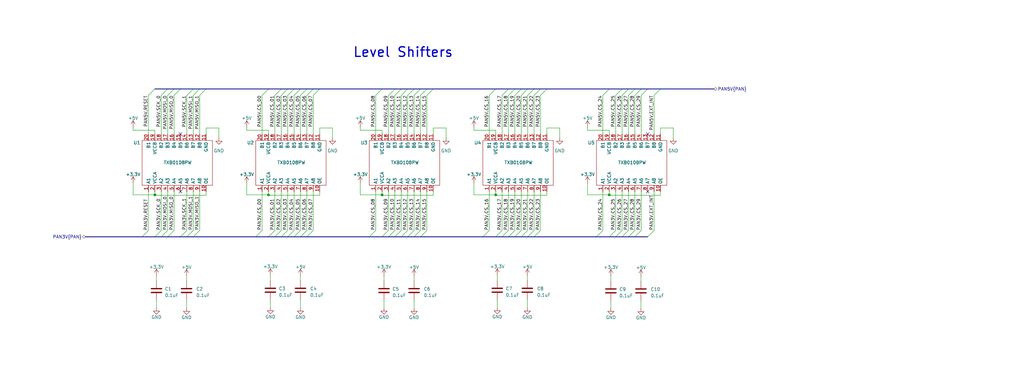
<source format=kicad_sch>
(kicad_sch (version 20230121) (generator eeschema)
  (paper "User" 406.4 152.4)
  (lib_symbols
    (symbol "Device:C" (pin_numbers hide) (pin_names (offset 0.254))
      (property "Reference" "C" (at 0.635 2.54 0))
      (property "Value" "C" (at 0.635 -2.54 0))
      (symbol "C_0_1"
        (polyline (pts (xy -2.032 -0.762) (xy 2.032 -0.762)) (stroke (width 0.508)))
        (polyline (pts (xy -2.032 0.762) (xy 2.032 0.762)) (stroke (width 0.508)))
      )
      (symbol "C_1_1"
        (pin passive line (at 0 3.81 270) (length 2.794) (name "~") (number "1"))
        (pin passive line (at 0 -3.81 90) (length 2.794) (name "~") (number "2"))
      )
    )
    (symbol "TXB0108:TXB0108PW"
      (property "Reference" "U" (at -6.35 15.24 0))
      (property "Value" "TXB0108PW" (at 0 -15.24 0))
      (symbol "TXB0108PW_0_1"
        (rectangle (start -8.89 13.97) (end 8.89 -13.97))
      )
      (symbol "TXB0108PW_1_1"
        (pin bidirectional line (at -11.43 11.43 0) (length 2.54) (name "A1") (number "1"))
        (pin input line (at -11.43 -11.43 0) (length 2.54) (name "OE") (number "10"))
        (pin power_in line (at 11.43 -11.43 180) (length 2.54) (name "GND") (number "11"))
        (pin bidirectional line (at 11.43 -8.89 180) (length 2.54) (name "B8") (number "12"))
        (pin bidirectional line (at 11.43 -6.35 180) (length 2.54) (name "B7") (number "13"))
        (pin bidirectional line (at 11.43 -3.81 180) (length 2.54) (name "B6") (number "14"))
        (pin bidirectional line (at 11.43 -1.27 180) (length 2.54) (name "B5") (number "15"))
        (pin bidirectional line (at 11.43 1.27 180) (length 2.54) (name "B4") (number "16"))
        (pin bidirectional line (at 11.43 3.81 180) (length 2.54) (name "B3") (number "17"))
        (pin bidirectional line (at 11.43 6.35 180) (length 2.54) (name "B2") (number "18"))
        (pin power_in line (at 11.43 8.89 180) (length 2.54) (name "VCCB") (number "19"))
        (pin power_in line (at -11.43 8.89 0) (length 2.54) (name "VCCA") (number "2"))
        (pin bidirectional line (at 11.43 11.43 180) (length 2.54) (name "B1") (number "20"))
        (pin bidirectional line (at -11.43 6.35 0) (length 2.54) (name "A2") (number "3"))
        (pin bidirectional line (at -11.43 3.81 0) (length 2.54) (name "A3") (number "4"))
        (pin bidirectional line (at -11.43 1.27 0) (length 2.54) (name "A4") (number "5"))
        (pin bidirectional line (at -11.43 -1.27 0) (length 2.54) (name "A5") (number "6"))
        (pin bidirectional line (at -11.43 -3.81 0) (length 2.54) (name "A6") (number "7"))
        (pin bidirectional line (at -11.43 -6.35 0) (length 2.54) (name "A7") (number "8"))
        (pin bidirectional line (at -11.43 -8.89 0) (length 2.54) (name "A8") (number "9"))
      )
    )
    (symbol "power:+3.3V" (power) (pin_names (offset 0))
      (property "Value" "+3.3V" (at 0 3.556 0))
      (symbol "+3.3V_0_1"
        (polyline (pts (xy -0.762 1.27) (xy 0 2.54)))
        (polyline (pts (xy 0 0) (xy 0 2.54)))
        (polyline (pts (xy 0 2.54) (xy 0.762 1.27)))
      )
      (symbol "+3.3V_1_1"
        (pin power_in line (at 0 0 90) (length 0) hide (name "+3.3V") (number "1"))
      )
    )
    (symbol "power:+5V" (power) (pin_names (offset 0))
      (property "Value" "+5V" (at 0 3.556 0))
      (symbol "+5V_0_1"
        (polyline (pts (xy -0.762 1.27) (xy 0 2.54)))
        (polyline (pts (xy 0 0) (xy 0 2.54)))
        (polyline (pts (xy 0 2.54) (xy 0.762 1.27)))
      )
      (symbol "+5V_1_1"
        (pin power_in line (at 0 0 90) (length 0) hide (name "+5V") (number "1"))
      )
    )
    (symbol "power:GND" (power) (pin_names (offset 0))
      (property "Value" "GND" (at 0 -3.81 0))
      (symbol "GND_0_1"
        (polyline (pts (xy 0 0) (xy 0 -1.27) (xy 1.27 -1.27) (xy 0 -2.54) (xy -1.27 -1.27) (xy 0 -1.27)))
      )
      (symbol "GND_1_1"
        (pin power_in line (at 0 0 270) (length 0) hide (name "GND") (number "1"))
      )
    )
  )
  (junction (at 106.553 77.343))
  (junction (at 61.468 77.343))
  (junction (at 151.638 77.343))
  (junction (at 196.723 77.343))
  (junction (at 241.808 77.343))
  (no_connect (at 257.048 53.213))
  (no_connect (at 71.628 53.213))
  (no_connect (at 71.628 76.073))
  (no_connect (at 257.048 76.073))
  (bus_entry (at 206.883 37.846) (size 2.54 -2.54))
  (bus_entry (at 149.098 37.846) (size 2.54 -2.54))
  (bus_entry (at 111.633 37.846) (size 2.54 -2.54))
  (bus_entry (at 109.093 91.44) (size -2.54 2.54))
  (bus_entry (at 214.503 91.44) (size -2.54 2.54))
  (bus_entry (at 201.803 37.846) (size 2.54 -2.54))
  (bus_entry (at 239.268 91.44) (size -2.54 2.54))
  (bus_entry (at 69.088 91.44) (size -2.54 2.54))
  (bus_entry (at 251.968 91.44) (size -2.54 2.54))
  (bus_entry (at 166.878 37.846) (size 2.54 -2.54))
  (bus_entry (at 251.968 37.846) (size 2.54 -2.54))
  (bus_entry (at 194.183 37.846) (size 2.54 -2.54))
  (bus_entry (at 154.178 37.846) (size 2.54 -2.54))
  (bus_entry (at 161.798 91.44) (size -2.54 2.54))
  (bus_entry (at 199.263 91.44) (size -2.54 2.54))
  (bus_entry (at 66.548 37.846) (size 2.54 -2.54))
  (bus_entry (at 74.168 91.44) (size -2.54 2.54))
  (bus_entry (at 244.348 37.846) (size 2.54 -2.54))
  (bus_entry (at 159.258 37.846) (size 2.54 -2.54))
  (bus_entry (at 209.423 91.44) (size -2.54 2.54))
  (bus_entry (at 254.508 37.846) (size 2.54 -2.54))
  (bus_entry (at 211.963 37.846) (size 2.54 -2.54))
  (bus_entry (at 159.258 91.44) (size -2.54 2.54))
  (bus_entry (at 58.928 37.846) (size 2.54 -2.54))
  (bus_entry (at 104.013 91.44) (size -2.54 2.54))
  (bus_entry (at 124.333 37.846) (size 2.54 -2.54))
  (bus_entry (at 204.343 37.846) (size 2.54 -2.54))
  (bus_entry (at 259.588 37.846) (size 2.54 -2.54))
  (bus_entry (at 114.173 91.44) (size -2.54 2.54))
  (bus_entry (at 149.098 91.44) (size -2.54 2.54))
  (bus_entry (at 249.428 37.846) (size 2.54 -2.54))
  (bus_entry (at 259.588 91.44) (size -2.54 2.54))
  (bus_entry (at 199.263 37.846) (size 2.54 -2.54))
  (bus_entry (at 156.718 37.846) (size 2.54 -2.54))
  (bus_entry (at 76.708 91.44) (size -2.54 2.54))
  (bus_entry (at 194.183 91.44) (size -2.54 2.54))
  (bus_entry (at 64.008 91.44) (size -2.54 2.54))
  (bus_entry (at 79.248 37.846) (size 2.54 -2.54))
  (bus_entry (at 249.428 91.44) (size -2.54 2.54))
  (bus_entry (at 209.423 37.846) (size 2.54 -2.54))
  (bus_entry (at 201.803 91.44) (size -2.54 2.54))
  (bus_entry (at 79.248 91.44) (size -2.54 2.54))
  (bus_entry (at 64.008 37.846) (size 2.54 -2.54))
  (bus_entry (at 121.793 37.846) (size 2.54 -2.54))
  (bus_entry (at 211.963 91.44) (size -2.54 2.54))
  (bus_entry (at 111.633 91.44) (size -2.54 2.54))
  (bus_entry (at 76.708 37.846) (size 2.54 -2.54))
  (bus_entry (at 119.253 91.44) (size -2.54 2.54))
  (bus_entry (at 246.888 37.846) (size 2.54 -2.54))
  (bus_entry (at 244.348 91.44) (size -2.54 2.54))
  (bus_entry (at 109.093 37.846) (size 2.54 -2.54))
  (bus_entry (at 116.713 91.44) (size -2.54 2.54))
  (bus_entry (at 69.088 37.846) (size 2.54 -2.54))
  (bus_entry (at 116.713 37.846) (size 2.54 -2.54))
  (bus_entry (at 254.508 91.44) (size -2.54 2.54))
  (bus_entry (at 74.168 37.846) (size 2.54 -2.54))
  (bus_entry (at 161.798 37.846) (size 2.54 -2.54))
  (bus_entry (at 154.178 91.44) (size -2.54 2.54))
  (bus_entry (at 239.268 37.846) (size 2.54 -2.54))
  (bus_entry (at 169.418 37.846) (size 2.54 -2.54))
  (bus_entry (at 206.883 91.44) (size -2.54 2.54))
  (bus_entry (at 121.793 91.44) (size -2.54 2.54))
  (bus_entry (at 166.878 91.44) (size -2.54 2.54))
  (bus_entry (at 164.338 37.846) (size 2.54 -2.54))
  (bus_entry (at 156.718 91.44) (size -2.54 2.54))
  (bus_entry (at 164.338 91.44) (size -2.54 2.54))
  (bus_entry (at 119.253 37.846) (size 2.54 -2.54))
  (bus_entry (at 246.888 91.44) (size -2.54 2.54))
  (bus_entry (at 124.333 91.44) (size -2.54 2.54))
  (bus_entry (at 58.928 91.44) (size -2.54 2.54))
  (bus_entry (at 104.013 37.846) (size 2.54 -2.54))
  (bus_entry (at 66.548 91.44) (size -2.54 2.54))
  (bus_entry (at 204.343 91.44) (size -2.54 2.54))
  (bus_entry (at 214.503 37.846) (size 2.54 -2.54))
  (bus_entry (at 114.173 37.846) (size 2.54 -2.54))
  (bus_entry (at 169.418 91.44) (size -2.54 2.54))
  (bus (pts (xy 151.638 35.306) (xy 156.718 35.306)))
  (wire (pts (xy 52.832 51.689) (xy 52.832 50.419)))
  (bus (pts (xy 121.793 93.98) (xy 146.558 93.98)))
  (bus (pts (xy 164.338 35.306) (xy 166.878 35.306)))
  (wire (pts (xy 114.173 76.073) (xy 114.173 91.44)))
  (wire (pts (xy 164.338 109.474) (xy 164.338 111.506)))
  (wire (pts (xy 104.013 37.846) (xy 104.013 53.213)))
  (wire (pts (xy 214.503 76.073) (xy 214.503 91.44)))
  (wire (pts (xy 177.038 50.8) (xy 177.038 54.737)))
  (wire (pts (xy 97.917 51.689) (xy 97.917 50.419)))
  (wire (pts (xy 69.088 37.846) (xy 69.088 53.213)))
  (bus (pts (xy 191.643 93.98) (xy 196.723 93.98)))
  (wire (pts (xy 116.713 37.846) (xy 116.713 53.213)))
  (wire (pts (xy 151.638 77.343) (xy 143.002 77.343)))
  (wire (pts (xy 119.253 118.999) (xy 119.253 122.174)))
  (bus (pts (xy 154.178 93.98) (xy 156.718 93.98)))
  (wire (pts (xy 241.808 77.343) (xy 241.808 77.47)))
  (wire (pts (xy 106.553 77.47) (xy 126.873 77.47)))
  (bus (pts (xy 254.508 35.306) (xy 257.048 35.306)))
  (wire (pts (xy 74.168 76.073) (xy 74.168 91.44)))
  (bus (pts (xy 217.043 35.306) (xy 241.808 35.306)))
  (wire (pts (xy 119.253 109.347) (xy 119.253 111.379)))
  (wire (pts (xy 254.508 37.846) (xy 254.508 53.213)))
  (wire (pts (xy 126.873 50.8) (xy 131.953 50.8)))
  (wire (pts (xy 159.258 76.073) (xy 159.258 91.44)))
  (wire (pts (xy 154.178 37.846) (xy 154.178 53.213)))
  (wire (pts (xy 156.718 37.846) (xy 156.718 53.213)))
  (wire (pts (xy 76.708 76.073) (xy 76.708 91.44)))
  (bus (pts (xy 76.708 93.98) (xy 101.473 93.98)))
  (wire (pts (xy 109.093 76.073) (xy 109.093 91.44)))
  (wire (pts (xy 196.723 77.343) (xy 196.723 77.47)))
  (wire (pts (xy 196.723 51.689) (xy 188.087 51.689)))
  (bus (pts (xy 241.808 93.98) (xy 244.348 93.98)))
  (bus (pts (xy 119.253 93.98) (xy 121.793 93.98)))
  (bus (pts (xy 64.008 93.98) (xy 66.548 93.98)))
  (wire (pts (xy 254.381 119.253) (xy 254.381 122.428)))
  (wire (pts (xy 159.258 37.846) (xy 159.258 53.213)))
  (bus (pts (xy 209.423 93.98) (xy 211.963 93.98)))
  (wire (pts (xy 164.338 76.073) (xy 164.338 91.44)))
  (bus (pts (xy 214.503 35.306) (xy 217.043 35.306)))
  (wire (pts (xy 249.428 37.846) (xy 249.428 53.213)))
  (bus (pts (xy 121.793 35.306) (xy 124.333 35.306)))
  (wire (pts (xy 246.888 37.846) (xy 246.888 53.213)))
  (wire (pts (xy 52.832 72.644) (xy 52.832 77.343)))
  (wire (pts (xy 166.878 37.846) (xy 166.878 53.213)))
  (wire (pts (xy 217.043 76.073) (xy 217.043 77.47)))
  (bus (pts (xy 66.548 93.98) (xy 71.628 93.98)))
  (bus (pts (xy 166.878 93.98) (xy 191.643 93.98)))
  (wire (pts (xy 254.381 109.601) (xy 254.381 111.633)))
  (bus (pts (xy 146.558 93.98) (xy 151.638 93.98)))
  (wire (pts (xy 81.788 53.213) (xy 81.788 50.8)))
  (bus (pts (xy 241.808 35.306) (xy 246.888 35.306)))
  (wire (pts (xy 209.423 76.073) (xy 209.423 91.44)))
  (wire (pts (xy 116.713 76.073) (xy 116.713 91.44)))
  (wire (pts (xy 119.253 37.846) (xy 119.253 53.213)))
  (bus (pts (xy 76.708 35.306) (xy 79.248 35.306)))
  (bus (pts (xy 251.968 35.306) (xy 254.508 35.306)))
  (wire (pts (xy 201.803 76.073) (xy 201.803 91.44)))
  (wire (pts (xy 188.087 72.644) (xy 188.087 77.343)))
  (bus (pts (xy 171.958 35.306) (xy 196.723 35.306)))
  (wire (pts (xy 61.468 51.689) (xy 52.832 51.689)))
  (bus (pts (xy 156.718 93.98) (xy 159.258 93.98)))
  (wire (pts (xy 166.878 76.073) (xy 166.878 91.44)))
  (wire (pts (xy 239.268 37.846) (xy 239.268 53.213)))
  (bus (pts (xy 206.883 93.98) (xy 209.423 93.98)))
  (bus (pts (xy 246.888 35.306) (xy 249.428 35.306)))
  (bus (pts (xy 249.428 93.98) (xy 251.968 93.98)))
  (wire (pts (xy 262.128 50.8) (xy 267.208 50.8)))
  (bus (pts (xy 109.093 93.98) (xy 111.633 93.98)))
  (wire (pts (xy 259.588 76.073) (xy 259.588 91.44)))
  (wire (pts (xy 121.793 37.846) (xy 121.793 53.213)))
  (wire (pts (xy 239.268 76.073) (xy 239.268 91.44)))
  (wire (pts (xy 97.917 72.644) (xy 97.917 77.343)))
  (bus (pts (xy 199.263 93.98) (xy 201.803 93.98)))
  (wire (pts (xy 246.888 76.073) (xy 246.888 91.44)))
  (wire (pts (xy 241.808 77.343) (xy 233.172 77.343)))
  (bus (pts (xy 204.343 35.306) (xy 206.883 35.306)))
  (bus (pts (xy 61.468 35.306) (xy 66.548 35.306)))
  (wire (pts (xy 106.553 77.343) (xy 106.553 77.47)))
  (bus (pts (xy 196.723 35.306) (xy 201.803 35.306)))
  (bus (pts (xy 79.248 35.306) (xy 81.788 35.306)))
  (wire (pts (xy 66.548 76.073) (xy 66.548 91.44)))
  (wire (pts (xy 106.553 51.689) (xy 97.917 51.689)))
  (wire (pts (xy 143.002 51.689) (xy 143.002 50.419)))
  (wire (pts (xy 196.723 77.47) (xy 217.043 77.47)))
  (wire (pts (xy 79.248 76.073) (xy 79.248 91.44)))
  (wire (pts (xy 209.423 37.846) (xy 209.423 53.213)))
  (bus (pts (xy 101.473 93.98) (xy 106.553 93.98)))
  (bus (pts (xy 116.713 93.98) (xy 119.253 93.98)))
  (wire (pts (xy 151.638 76.073) (xy 151.638 77.343)))
  (wire (pts (xy 251.968 76.073) (xy 251.968 91.44)))
  (wire (pts (xy 149.098 76.073) (xy 149.098 91.44)))
  (wire (pts (xy 152.4 109.347) (xy 152.4 111.506)))
  (bus (pts (xy 204.343 93.98) (xy 206.883 93.98)))
  (bus (pts (xy 249.428 35.306) (xy 251.968 35.306)))
  (bus (pts (xy 66.548 35.306) (xy 69.088 35.306)))
  (wire (pts (xy 244.348 76.073) (xy 244.348 91.44)))
  (bus (pts (xy 124.333 35.306) (xy 126.873 35.306)))
  (wire (pts (xy 106.553 53.213) (xy 106.553 51.689)))
  (wire (pts (xy 151.638 51.689) (xy 143.002 51.689)))
  (bus (pts (xy 262.128 35.306) (xy 283.337 35.306)))
  (wire (pts (xy 131.953 50.8) (xy 131.953 54.737)))
  (wire (pts (xy 222.123 50.8) (xy 222.123 54.737)))
  (bus (pts (xy 246.888 93.98) (xy 249.428 93.98)))
  (wire (pts (xy 74.168 37.846) (xy 74.168 53.213)))
  (bus (pts (xy 211.963 35.306) (xy 214.503 35.306)))
  (bus (pts (xy 159.258 93.98) (xy 161.798 93.98)))
  (wire (pts (xy 199.263 76.073) (xy 199.263 91.44)))
  (wire (pts (xy 171.958 76.073) (xy 171.958 77.47)))
  (bus (pts (xy 33.909 93.98) (xy 56.388 93.98)))
  (wire (pts (xy 206.883 37.846) (xy 206.883 53.213)))
  (wire (pts (xy 194.183 76.073) (xy 194.183 91.44)))
  (wire (pts (xy 201.803 37.846) (xy 201.803 53.213)))
  (wire (pts (xy 66.548 37.846) (xy 66.548 53.213)))
  (bus (pts (xy 151.638 93.98) (xy 154.178 93.98)))
  (wire (pts (xy 76.708 37.846) (xy 76.708 53.213)))
  (bus (pts (xy 209.423 35.306) (xy 211.963 35.306)))
  (bus (pts (xy 106.553 35.306) (xy 111.633 35.306)))
  (wire (pts (xy 61.468 76.073) (xy 61.468 77.343)))
  (wire (pts (xy 241.808 51.689) (xy 233.172 51.689)))
  (wire (pts (xy 206.883 76.073) (xy 206.883 91.44)))
  (wire (pts (xy 119.253 76.073) (xy 119.253 91.44)))
  (wire (pts (xy 242.443 109.474) (xy 242.443 111.633)))
  (wire (pts (xy 262.128 76.073) (xy 262.128 77.47)))
  (wire (pts (xy 74.041 109.474) (xy 74.041 111.506)))
  (wire (pts (xy 164.338 37.846) (xy 164.338 53.213)))
  (wire (pts (xy 106.553 76.073) (xy 106.553 77.343)))
  (bus (pts (xy 116.713 35.306) (xy 119.253 35.306)))
  (wire (pts (xy 107.315 118.999) (xy 107.315 122.047)))
  (wire (pts (xy 171.958 50.8) (xy 177.038 50.8)))
  (wire (pts (xy 111.633 37.846) (xy 111.633 53.213)))
  (wire (pts (xy 254.508 76.073) (xy 254.508 91.44)))
  (wire (pts (xy 81.788 76.073) (xy 81.788 77.47)))
  (wire (pts (xy 196.723 76.073) (xy 196.723 77.343)))
  (bus (pts (xy 201.803 93.98) (xy 204.343 93.98)))
  (bus (pts (xy 251.968 93.98) (xy 257.048 93.98)))
  (wire (pts (xy 61.468 53.213) (xy 61.468 51.689)))
  (wire (pts (xy 197.358 109.22) (xy 197.358 111.379)))
  (wire (pts (xy 61.468 77.343) (xy 61.468 77.47)))
  (wire (pts (xy 124.333 76.073) (xy 124.333 91.44)))
  (wire (pts (xy 69.088 76.073) (xy 69.088 91.44)))
  (bus (pts (xy 206.883 35.306) (xy 209.423 35.306)))
  (wire (pts (xy 267.208 50.8) (xy 267.208 54.737)))
  (wire (pts (xy 86.868 50.8) (xy 86.868 54.737)))
  (wire (pts (xy 194.183 37.846) (xy 194.183 53.213)))
  (wire (pts (xy 156.718 76.073) (xy 156.718 91.44)))
  (wire (pts (xy 109.093 37.846) (xy 109.093 53.213)))
  (wire (pts (xy 61.468 77.47) (xy 81.788 77.47)))
  (wire (pts (xy 151.638 53.213) (xy 151.638 51.689)))
  (wire (pts (xy 209.296 118.999) (xy 209.296 122.174)))
  (wire (pts (xy 262.128 53.213) (xy 262.128 50.8)))
  (wire (pts (xy 152.4 119.126) (xy 152.4 122.174)))
  (wire (pts (xy 209.296 109.347) (xy 209.296 111.379)))
  (wire (pts (xy 74.041 119.126) (xy 74.041 122.301)))
  (bus (pts (xy 119.253 35.306) (xy 121.793 35.306)))
  (wire (pts (xy 241.808 76.073) (xy 241.808 77.343)))
  (bus (pts (xy 201.803 35.306) (xy 204.343 35.306)))
  (wire (pts (xy 161.798 37.846) (xy 161.798 53.213)))
  (wire (pts (xy 121.793 76.073) (xy 121.793 91.44)))
  (wire (pts (xy 58.928 37.846) (xy 58.928 53.213)))
  (bus (pts (xy 111.633 35.306) (xy 114.173 35.306)))
  (wire (pts (xy 107.315 109.22) (xy 107.315 111.379)))
  (wire (pts (xy 251.968 37.846) (xy 251.968 53.213)))
  (wire (pts (xy 196.723 53.213) (xy 196.723 51.689)))
  (bus (pts (xy 211.963 93.98) (xy 236.728 93.98)))
  (wire (pts (xy 197.358 118.999) (xy 197.358 122.047)))
  (wire (pts (xy 211.963 76.073) (xy 211.963 91.44)))
  (wire (pts (xy 61.468 77.343) (xy 52.832 77.343)))
  (bus (pts (xy 126.873 35.306) (xy 151.638 35.306)))
  (bus (pts (xy 196.723 93.98) (xy 199.263 93.98)))
  (wire (pts (xy 233.172 72.644) (xy 233.172 77.343)))
  (wire (pts (xy 169.418 76.073) (xy 169.418 91.44)))
  (bus (pts (xy 56.388 93.98) (xy 61.468 93.98)))
  (wire (pts (xy 171.958 53.213) (xy 171.958 50.8)))
  (wire (pts (xy 169.418 37.846) (xy 169.418 53.213)))
  (bus (pts (xy 169.418 35.306) (xy 171.958 35.306)))
  (bus (pts (xy 71.628 35.306) (xy 76.708 35.306)))
  (wire (pts (xy 217.043 50.8) (xy 222.123 50.8)))
  (wire (pts (xy 196.723 77.343) (xy 188.087 77.343)))
  (wire (pts (xy 211.963 37.846) (xy 211.963 53.213)))
  (wire (pts (xy 188.087 51.689) (xy 188.087 50.419)))
  (bus (pts (xy 71.628 93.98) (xy 74.168 93.98)))
  (wire (pts (xy 104.013 76.073) (xy 104.013 91.44)))
  (wire (pts (xy 214.503 37.846) (xy 214.503 53.213)))
  (wire (pts (xy 204.343 76.073) (xy 204.343 91.44)))
  (wire (pts (xy 249.428 76.073) (xy 249.428 91.44)))
  (wire (pts (xy 114.173 37.846) (xy 114.173 53.213)))
  (bus (pts (xy 244.348 93.98) (xy 246.888 93.98)))
  (bus (pts (xy 114.173 35.306) (xy 116.713 35.306)))
  (wire (pts (xy 151.638 77.47) (xy 171.958 77.47)))
  (wire (pts (xy 126.873 53.213) (xy 126.873 50.8)))
  (bus (pts (xy 81.788 35.306) (xy 106.553 35.306)))
  (wire (pts (xy 106.553 77.343) (xy 97.917 77.343)))
  (wire (pts (xy 62.103 109.347) (xy 62.103 111.506)))
  (wire (pts (xy 244.348 37.846) (xy 244.348 53.213)))
  (bus (pts (xy 159.258 35.306) (xy 161.798 35.306)))
  (wire (pts (xy 154.178 76.073) (xy 154.178 91.44)))
  (bus (pts (xy 61.468 93.98) (xy 64.008 93.98)))
  (bus (pts (xy 161.798 35.306) (xy 164.338 35.306)))
  (wire (pts (xy 164.338 119.126) (xy 164.338 122.301)))
  (wire (pts (xy 58.928 76.073) (xy 58.928 91.44)))
  (bus (pts (xy 114.173 93.98) (xy 116.713 93.98)))
  (wire (pts (xy 259.588 37.846) (xy 259.588 53.213)))
  (wire (pts (xy 241.808 53.213) (xy 241.808 51.689)))
  (wire (pts (xy 64.008 76.073) (xy 64.008 91.44)))
  (bus (pts (xy 74.168 93.98) (xy 76.708 93.98)))
  (wire (pts (xy 64.008 37.846) (xy 64.008 53.213)))
  (wire (pts (xy 62.103 119.126) (xy 62.103 122.174)))
  (wire (pts (xy 217.043 53.213) (xy 217.043 50.8)))
  (wire (pts (xy 241.808 77.47) (xy 262.128 77.47)))
  (wire (pts (xy 151.638 77.343) (xy 151.638 77.47)))
  (wire (pts (xy 126.873 76.073) (xy 126.873 77.47)))
  (bus (pts (xy 166.878 35.306) (xy 169.418 35.306)))
  (bus (pts (xy 257.048 35.306) (xy 262.128 35.306)))
  (wire (pts (xy 143.002 72.644) (xy 143.002 77.343)))
  (wire (pts (xy 204.343 37.846) (xy 204.343 53.213)))
  (wire (pts (xy 111.633 76.073) (xy 111.633 91.44)))
  (wire (pts (xy 124.333 37.846) (xy 124.333 53.213)))
  (wire (pts (xy 81.788 50.8) (xy 86.868 50.8)))
  (bus (pts (xy 236.728 93.98) (xy 241.808 93.98)))
  (bus (pts (xy 69.088 35.306) (xy 71.628 35.306)))
  (bus (pts (xy 106.553 93.98) (xy 109.093 93.98)))
  (bus (pts (xy 156.718 35.306) (xy 159.258 35.306)))
  (wire (pts (xy 161.798 76.073) (xy 161.798 91.44)))
  (bus (pts (xy 164.338 93.98) (xy 166.878 93.98)))
  (wire (pts (xy 199.263 37.846) (xy 199.263 53.213)))
  (wire (pts (xy 79.248 37.846) (xy 79.248 53.213)))
  (bus (pts (xy 161.798 93.98) (xy 164.338 93.98)))
  (wire (pts (xy 233.172 51.689) (xy 233.172 50.419)))
  (wire (pts (xy 149.098 37.846) (xy 149.098 53.213)))
  (wire (pts (xy 242.443 119.253) (xy 242.443 122.301)))
  (bus (pts (xy 111.633 93.98) (xy 114.173 93.98)))
  (text "Level Shifters" (at 139.954 23.114 0) (effects (font (size 3.81 3.81) (thickness 0.508) bold) (justify left bottom)))
  (label "PAN3V.CS_06" (at 121.793 91.44 90))
  (label "PAN5V.SCK_1" (at 74.168 37.846 270))
  (label "PAN3V.CS_05" (at 119.253 91.44 90))
  (label "PAN5V.CS_17" (at 199.263 37.846 270))
  (label "PAN5V.CS_20" (at 206.883 37.846 270))
  (label "PAN5V.CS_13" (at 164.338 37.846 270))
  (label "PAN5V.CS_23" (at 214.503 37.846 270))
  (label "PAN5V.CS_24" (at 239.268 37.846 270))
  (label "PAN5V.CS_26" (at 246.888 37.846 270))
  (label "PAN5V.CS_16" (at 194.183 37.846 270))
  (label "PAN5V.CS_04" (at 116.713 37.846 270))
  (label "PAN3V.CS_11" (at 159.258 91.44 90))
  (label "PAN3V.CS_26" (at 246.888 91.44 90))
  (label "PAN3V.CS_16" (at 194.183 91.44 90))
  (label "PAN3V.CS_24" (at 239.268 91.44 90))
  (label "PAN3V.CS_00" (at 104.013 91.44 90))
  (label "PAN3V.CS_07" (at 124.333 91.44 90))
  (label "PAN3V.CS_27" (at 249.428 91.44 90))
  (label "PAN5V.CS_07" (at 124.333 37.846 270))
  (label "PAN5V.CS_21" (at 209.423 37.846 270))
  (label "PAN3V.CS_23" (at 214.503 91.44 90))
  (label "PAN3V.CS_14" (at 166.878 91.44 90))
  (label "PAN3V.CS_01" (at 109.093 91.44 90))
  (label "PAN3V.CS_28" (at 251.968 91.44 90))
  (label "PAN5V.CS_02" (at 111.633 37.846 270))
  (label "PAN3V.CS_17" (at 199.263 91.44 90))
  (label "PAN5V.CS_25" (at 244.348 37.846 270))
  (label "PAN5V.RESET" (at 58.928 37.846 270))
  (label "PAN3V.SCK_1" (at 74.168 91.313 90))
  (label "PAN5V.MISO_1" (at 79.248 37.846 270))
  (label "PAN3V.CS_04" (at 116.713 91.44 90))
  (label "PAN5V.SCK_0" (at 64.008 37.846 270))
  (label "PAN3V.MOSI_1" (at 76.708 91.313 90))
  (label "PAN5V.CS_11" (at 159.258 37.846 270))
  (label "PAN5V.CS_14" (at 166.878 37.846 270))
  (label "PAN5V.CS_15" (at 169.418 37.846 270))
  (label "PAN3V.CS_18" (at 201.803 91.44 90))
  (label "PAN3V.CS_15" (at 169.418 91.44 90))
  (label "PAN5V.CS_22" (at 211.963 37.846 270))
  (label "PAN5V.EXT_INT" (at 259.588 37.846 270))
  (label "PAN5V.CS_29" (at 254.508 37.846 270))
  (label "PAN3V.CS_13" (at 164.338 91.44 90))
  (label "PAN3V.CS_02" (at 111.633 91.44 90))
  (label "PAN5V.CS_19" (at 204.343 37.846 270))
  (label "PAN3V.CS_22" (at 211.963 91.44 90))
  (label "PAN3V.CS_19" (at 204.343 91.44 90))
  (label "PAN5V.CS_27" (at 249.428 37.846 270))
  (label "PAN5V.CS_10" (at 156.718 37.846 270))
  (label "PAN3V.CS_12" (at 161.798 91.44 90))
  (label "PAN5V.MISO_0" (at 69.088 37.846 270))
  (label "PAN3V.MISO_1" (at 79.248 91.313 90))
  (label "PAN5V.CS_03" (at 114.173 37.846 270))
  (label "PAN3V.MISO_0" (at 69.088 91.44 90))
  (label "PAN3V.CS_10" (at 156.718 91.44 90))
  (label "PAN3V.CS_21" (at 209.423 91.44 90))
  (label "PAN3V.EXT_INT" (at 259.588 91.44 90))
  (label "PAN5V.CS_06" (at 121.793 37.846 270))
  (label "PAN3V.CS_08" (at 149.098 91.44 90))
  (label "PAN5V.CS_01" (at 109.093 37.846 270))
  (label "PAN5V.CS_08" (at 149.098 37.846 270))
  (label "PAN3V.CS_25" (at 244.348 91.44 90))
  (label "PAN5V.CS_28" (at 251.968 37.846 270))
  (label "PAN5V.CS_12" (at 161.798 37.846 270))
  (label "PAN5V.CS_18" (at 201.803 37.846 270))
  (label "PAN3V.CS_09" (at 154.178 91.44 90))
  (label "PAN5V.MOSI_1" (at 76.708 37.846 270))
  (label "PAN3V.CS_29" (at 254.508 91.44 90))
  (label "PAN3V.MOSI_0" (at 66.548 91.44 90))
  (label "PAN5V.CS_05" (at 119.253 37.846 270))
  (label "PAN3V.RESET" (at 58.928 91.44 90))
  (label "PAN3V.SCK_0" (at 64.008 91.44 90))
  (label "PAN5V.CS_09" (at 154.178 37.846 270))
  (label "PAN5V.CS_00" (at 104.013 37.846 270))
  (label "PAN5V.MOSI_0" (at 66.548 37.846 270))
  (label "PAN3V.CS_03" (at 114.173 91.44 90))
  (label "PAN3V.CS_20" (at 206.883 91.44 90))
  (hierarchical_label "PAN3V{PAN}" (shape bidirectional) (at 33.909 93.98 180))
  (hierarchical_label "PAN5V{PAN}" (shape bidirectional) (at 283.337 35.306 0))
  (symbol (lib_id "power:GND") (at 209.296 122.174 0) (unit 1)
    (property "Reference" "#PWR060" (effects hide))
    (property "Value" "GND" (at 209.296 125.857 0))
  )
  (symbol (lib_id "Device:C") (at 197.358 115.189 0) (unit 1)
    (property "Reference" "C7" (at 200.66 114.554 0) (effects (justify left)))
    (property "Value" "0.1uF" (at 200.66 117.094 0) (effects (justify left)))
    (property "Footprint" "Capacitor_SMD:C_0603_1608Metric" (effects hide))
  )
  (symbol (lib_id "power:+3.3V") (at 242.443 109.474 0) (unit 1)
    (property "Reference" "#PWR069" (effects hide))
    (property "Value" "+3.3V" (at 242.443 106.045 0))
  )
  (symbol (lib_id "power:+3.3V") (at 152.4 109.347 0) (unit 1)
    (property "Reference" "#PWR035" (effects hide))
    (property "Value" "+3.3V" (at 152.4 105.918 0))
  )
  (symbol (lib_id "power:+5V") (at 52.832 50.419 0) (unit 1)
    (property "Reference" "#PWR063" (effects hide))
    (property "Value" "+5V" (at 52.832 46.863 0))
  )
  (symbol (lib_id "power:+5V") (at 209.296 109.347 0) (unit 1)
    (property "Reference" "#PWR042" (effects hide))
    (property "Value" "+5V" (at 209.296 105.918 0))
  )
  (symbol (lib_id "power:+5V") (at 143.002 50.419 0) (unit 1)
    (property "Reference" "#PWR031" (effects hide))
    (property "Value" "+5V" (at 143.002 46.863 0))
  )
  (symbol (lib_id "power:GND") (at 74.041 122.301 0) (unit 1)
    (property "Reference" "#PWR017" (effects hide))
    (property "Value" "GND" (at 74.041 125.984 0))
  )
  (symbol (lib_id "TXB0108:TXB0108PW") (at 70.358 64.643 90) (unit 1)
    (property "Reference" "U1" (at 52.959 56.642 90) (effects (justify right)))
    (property "Value" "TXB0108PW" (at 64.897 64.516 90) (effects (justify right)))
    (property "Footprint" "Package_SO:TSSOP-20_4.4x6.5mm_P0.65mm" (effects hide))
  )
  (symbol (lib_id "power:+3.3V") (at 233.172 72.644 0) (unit 1)
    (property "Reference" "#PWR068" (effects hide))
    (property "Value" "+3.3V" (at 233.172 69.215 0))
  )
  (symbol (lib_id "Device:C") (at 74.041 115.316 0) (unit 1)
    (property "Reference" "C2" (at 77.851 114.681 0) (effects (justify left)))
    (property "Value" "0.1uF" (at 77.851 117.221 0) (effects (justify left)))
    (property "Footprint" "Capacitor_SMD:C_0603_1608Metric" (effects hide))
  )
  (symbol (lib_id "Device:C") (at 254.381 115.443 0) (unit 1)
    (property "Reference" "C10" (at 258.191 114.808 0) (effects (justify left)))
    (property "Value" "0.1uF" (at 258.191 117.348 0) (effects (justify left)))
    (property "Footprint" "Capacitor_SMD:C_0603_1608Metric" (effects hide))
  )
  (symbol (lib_id "Device:C") (at 62.103 115.316 0) (unit 1)
    (property "Reference" "C1" (at 65.405 114.681 0) (effects (justify left)))
    (property "Value" "0.1uF" (at 65.405 117.221 0) (effects (justify left)))
    (property "Footprint" "Capacitor_SMD:C_0603_1608Metric" (effects hide))
  )
  (symbol (lib_id "power:GND") (at 197.358 122.047 0) (unit 1)
    (property "Reference" "#PWR043" (effects hide))
    (property "Value" "GND" (at 197.358 125.73 0))
  )
  (symbol (lib_id "power:GND") (at 267.208 54.737 0) (unit 1)
    (property "Reference" "#PWR067" (effects hide))
    (property "Value" "GND" (at 267.208 59.817 0))
  )
  (symbol (lib_id "TXB0108:TXB0108PW") (at 250.698 64.643 90) (unit 1)
    (property "Reference" "U5" (at 233.299 56.642 90) (effects (justify right)))
    (property "Value" "TXB0108PW" (at 245.237 64.516 90) (effects (justify right)))
    (property "Footprint" "Package_SO:TSSOP-20_4.4x6.5mm_P0.65mm" (effects hide))
  )
  (symbol (lib_id "Device:C") (at 152.4 115.316 0) (unit 1)
    (property "Reference" "C5" (at 155.702 114.681 0) (effects (justify left)))
    (property "Value" "0.1uF" (at 155.702 117.221 0) (effects (justify left)))
    (property "Footprint" "Capacitor_SMD:C_0603_1608Metric" (effects hide))
  )
  (symbol (lib_id "power:+3.3V") (at 107.315 109.22 0) (unit 1)
    (property "Reference" "#PWR028" (effects hide))
    (property "Value" "+3.3V" (at 107.315 105.791 0))
  )
  (symbol (lib_id "power:+3.3V") (at 197.358 109.22 0) (unit 1)
    (property "Reference" "#PWR041" (effects hide))
    (property "Value" "+3.3V" (at 197.358 105.791 0))
  )
  (symbol (lib_id "power:+3.3V") (at 143.002 72.644 0) (unit 1)
    (property "Reference" "#PWR064" (effects hide))
    (property "Value" "+3.3V" (at 143.002 69.215 0))
  )
  (symbol (lib_id "Device:C") (at 107.315 115.189 0) (unit 1)
    (property "Reference" "C3" (at 110.617 114.554 0) (effects (justify left)))
    (property "Value" "0.1uF" (at 110.617 117.094 0) (effects (justify left)))
    (property "Footprint" "Capacitor_SMD:C_0603_1608Metric" (effects hide))
  )
  (symbol (lib_id "power:+5V") (at 254.381 109.601 0) (unit 1)
    (property "Reference" "#PWR070" (effects hide))
    (property "Value" "+5V" (at 254.381 106.172 0))
  )
  (symbol (lib_id "power:GND") (at 164.338 122.301 0) (unit 1)
    (property "Reference" "#PWR040" (effects hide))
    (property "Value" "GND" (at 164.338 125.984 0))
  )
  (symbol (lib_id "power:+5V") (at 233.172 50.419 0) (unit 1)
    (property "Reference" "#PWR066" (effects hide))
    (property "Value" "+5V" (at 233.172 46.863 0))
  )
  (symbol (lib_id "Device:C") (at 209.296 115.189 0) (unit 1)
    (property "Reference" "C8" (at 213.106 114.554 0) (effects (justify left)))
    (property "Value" "0.1uF" (at 213.106 117.094 0) (effects (justify left)))
    (property "Footprint" "Capacitor_SMD:C_0603_1608Metric" (effects hide))
  )
  (symbol (lib_id "power:GND") (at 222.123 54.737 0) (unit 1)
    (property "Reference" "#PWR039" (effects hide))
    (property "Value" "GND" (at 222.123 59.817 0))
  )
  (symbol (lib_id "power:+5V") (at 188.087 50.419 0) (unit 1)
    (property "Reference" "#PWR032" (effects hide))
    (property "Value" "+5V" (at 188.087 46.863 0))
  )
  (symbol (lib_id "power:GND") (at 131.953 54.737 0) (unit 1)
    (property "Reference" "#PWR025" (effects hide))
    (property "Value" "GND" (at 131.953 59.817 0))
  )
  (symbol (lib_id "power:GND") (at 107.315 122.047 0) (unit 1)
    (property "Reference" "#PWR030" (effects hide))
    (property "Value" "GND" (at 107.315 125.73 0))
  )
  (symbol (lib_id "power:GND") (at 177.038 54.737 0) (unit 1)
    (property "Reference" "#PWR033" (effects hide))
    (property "Value" "GND" (at 177.038 59.817 0))
  )
  (symbol (lib_id "power:+3.3V") (at 52.832 72.644 0) (unit 1)
    (property "Reference" "#PWR061" (effects hide))
    (property "Value" "+3.3V" (at 52.832 69.215 0))
  )
  (symbol (lib_id "power:+5V") (at 119.253 109.347 0) (unit 1)
    (property "Reference" "#PWR029" (effects hide))
    (property "Value" "+5V" (at 119.253 105.918 0))
  )
  (symbol (lib_id "power:GND") (at 254.381 122.428 0) (unit 1)
    (property "Reference" "#PWR072" (effects hide))
    (property "Value" "GND" (at 254.381 126.111 0))
  )
  (symbol (lib_id "power:+3.3V") (at 97.917 72.644 0) (unit 1)
    (property "Reference" "#PWR026" (effects hide))
    (property "Value" "+3.3V" (at 97.917 69.215 0))
  )
  (symbol (lib_id "power:+5V") (at 97.917 50.419 0) (unit 1)
    (property "Reference" "#PWR012" (effects hide))
    (property "Value" "+5V" (at 97.917 46.863 0))
  )
  (symbol (lib_id "TXB0108:TXB0108PW") (at 115.443 64.643 90) (unit 1)
    (property "Reference" "U2" (at 98.044 56.642 90) (effects (justify right)))
    (property "Value" "TXB0108PW" (at 109.982 64.516 90) (effects (justify right)))
    (property "Footprint" "Package_SO:TSSOP-20_4.4x6.5mm_P0.65mm" (effects hide))
  )
  (symbol (lib_id "power:GND") (at 119.253 122.174 0) (unit 1)
    (property "Reference" "#PWR034" (effects hide))
    (property "Value" "GND" (at 119.253 125.857 0))
  )
  (symbol (lib_id "Device:C") (at 119.253 115.189 0) (unit 1)
    (property "Reference" "C4" (at 123.063 114.554 0) (effects (justify left)))
    (property "Value" "0.1uF" (at 123.063 117.094 0) (effects (justify left)))
    (property "Footprint" "Capacitor_SMD:C_0603_1608Metric" (effects hide))
  )
  (symbol (lib_id "power:+5V") (at 164.338 109.474 0) (unit 1)
    (property "Reference" "#PWR036" (effects hide))
    (property "Value" "+5V" (at 164.338 106.045 0))
  )
  (symbol (lib_id "TXB0108:TXB0108PW") (at 160.528 64.643 90) (unit 1)
    (property "Reference" "U3" (at 143.129 56.642 90) (effects (justify right)))
    (property "Value" "TXB0108PW" (at 155.067 64.516 90) (effects (justify right)))
    (property "Footprint" "Package_SO:TSSOP-20_4.4x6.5mm_P0.65mm" (effects hide))
  )
  (symbol (lib_id "power:GND") (at 242.443 122.301 0) (unit 1)
    (property "Reference" "#PWR071" (effects hide))
    (property "Value" "GND" (at 242.443 125.984 0))
  )
  (symbol (lib_id "power:+5V") (at 74.041 109.474 0) (unit 1)
    (property "Reference" "#PWR027" (effects hide))
    (property "Value" "+5V" (at 74.041 106.045 0))
  )
  (symbol (lib_id "power:+3.3V") (at 62.103 109.347 0) (unit 1)
    (property "Reference" "#PWR018" (effects hide))
    (property "Value" "+3.3V" (at 62.103 105.918 0))
  )
  (symbol (lib_id "Device:C") (at 164.338 115.316 0) (unit 1)
    (property "Reference" "C6" (at 168.148 114.681 0) (effects (justify left)))
    (property "Value" "0.1uF" (at 168.148 117.221 0) (effects (justify left)))
    (property "Footprint" "Capacitor_SMD:C_0603_1608Metric" (effects hide))
  )
  (symbol (lib_id "power:GND") (at 86.868 54.737 0) (unit 1)
    (property "Reference" "#PWR062" (effects hide))
    (property "Value" "GND" (at 86.868 59.817 0))
  )
  (symbol (lib_id "Device:C") (at 242.443 115.443 0) (unit 1)
    (property "Reference" "C9" (at 245.745 114.808 0) (effects (justify left)))
    (property "Value" "0.1uF" (at 245.745 117.348 0) (effects (justify left)))
    (property "Footprint" "Capacitor_SMD:C_0603_1608Metric" (effects hide))
  )
  (symbol (lib_id "power:GND") (at 62.103 122.174 0) (unit 1)
    (property "Reference" "#PWR015" (effects hide))
    (property "Value" "GND" (at 62.103 125.857 0))
  )
  (symbol (lib_id "TXB0108:TXB0108PW") (at 205.613 64.643 90) (unit 1)
    (property "Reference" "U4" (at 188.214 56.642 90) (effects (justify right)))
    (property "Value" "TXB0108PW" (at 200.152 64.516 90) (effects (justify right)))
    (property "Footprint" "Package_SO:TSSOP-20_4.4x6.5mm_P0.65mm" (effects hide))
  )
  (symbol (lib_id "power:GND") (at 152.4 122.174 0) (unit 1)
    (property "Reference" "#PWR037" (effects hide))
    (property "Value" "GND" (at 152.4 125.857 0))
  )
  (symbol (lib_id "power:+3.3V") (at 188.087 72.644 0) (unit 1)
    (property "Reference" "#PWR065" (effects hide))
    (property "Value" "+3.3V" (at 188.087 69.215 0))
  )
)
</source>
